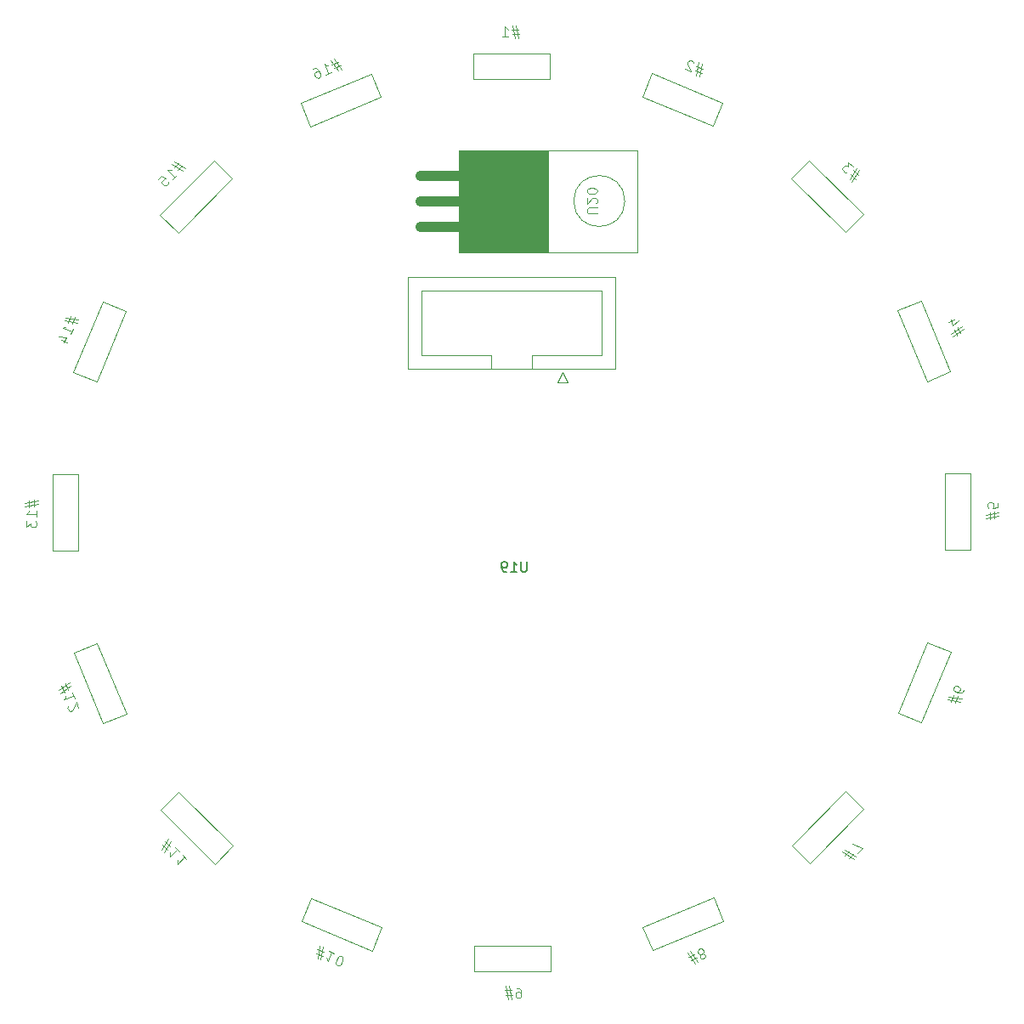
<source format=gbr>
%TF.GenerationSoftware,KiCad,Pcbnew,7.0.9*%
%TF.CreationDate,2024-01-11T17:52:56+09:00*%
%TF.ProjectId,SensorBoard,53656e73-6f72-4426-9f61-72642e6b6963,rev?*%
%TF.SameCoordinates,Original*%
%TF.FileFunction,Legend,Bot*%
%TF.FilePolarity,Positive*%
%FSLAX46Y46*%
G04 Gerber Fmt 4.6, Leading zero omitted, Abs format (unit mm)*
G04 Created by KiCad (PCBNEW 7.0.9) date 2024-01-11 17:52:56*
%MOMM*%
%LPD*%
G01*
G04 APERTURE LIST*
%ADD10C,0.125000*%
%ADD11C,0.100000*%
%ADD12C,0.150000*%
%ADD13C,0.120000*%
%ADD14C,1.000000*%
G04 APERTURE END LIST*
D10*
X104912626Y-134779189D02*
X105417702Y-135284265D01*
X104811611Y-135284265D02*
X105518718Y-134173097D01*
X105653405Y-134913876D02*
X105148328Y-134408799D01*
X105754420Y-134408799D02*
X105047313Y-135519967D01*
X106562542Y-135418952D02*
X106158481Y-135014891D01*
X106360511Y-135216921D02*
X105653405Y-135924028D01*
X105653405Y-135924028D02*
X105687076Y-135755670D01*
X105687076Y-135755670D02*
X105687076Y-135620983D01*
X105687076Y-135620983D02*
X105653405Y-135519967D01*
X107303320Y-136159731D02*
X106899259Y-135755669D01*
X107101290Y-135957700D02*
X106394183Y-136664807D01*
X106394183Y-136664807D02*
X106427855Y-136496448D01*
X106427855Y-136496448D02*
X106427855Y-136361761D01*
X106427855Y-136361761D02*
X106394183Y-136260746D01*
X120260749Y-145581034D02*
X120920663Y-145854380D01*
X120360707Y-146086321D02*
X120588763Y-144789138D01*
X120996682Y-145421985D02*
X120336768Y-145148640D01*
X120896723Y-144916699D02*
X120668667Y-146213882D01*
X122029899Y-145540703D02*
X121501968Y-145322027D01*
X121765934Y-145431365D02*
X121383250Y-146355245D01*
X121383250Y-146355245D02*
X121349931Y-146186816D01*
X121349931Y-146186816D02*
X121298388Y-146062381D01*
X121298388Y-146062381D02*
X121228623Y-145981941D01*
X122307130Y-146737928D02*
X122395118Y-146774374D01*
X122395118Y-146774374D02*
X122501330Y-146766826D01*
X122501330Y-146766826D02*
X122563547Y-146741055D01*
X122563547Y-146741055D02*
X122643987Y-146671289D01*
X122643987Y-146671289D02*
X122760874Y-146513535D01*
X122760874Y-146513535D02*
X122851989Y-146293564D01*
X122851989Y-146293564D02*
X122880887Y-146099364D01*
X122880887Y-146099364D02*
X122873338Y-145993152D01*
X122873338Y-145993152D02*
X122847567Y-145930935D01*
X122847567Y-145930935D02*
X122777802Y-145850494D01*
X122777802Y-145850494D02*
X122689813Y-145814048D01*
X122689813Y-145814048D02*
X122583602Y-145821597D01*
X122583602Y-145821597D02*
X122521384Y-145847368D01*
X122521384Y-145847368D02*
X122440944Y-145917133D01*
X122440944Y-145917133D02*
X122324058Y-146074887D01*
X122324058Y-146074887D02*
X122232943Y-146294859D01*
X122232943Y-146294859D02*
X122204045Y-146489059D01*
X122204045Y-146489059D02*
X122211593Y-146595270D01*
X122211593Y-146595270D02*
X122237364Y-146657488D01*
X122237364Y-146657488D02*
X122307130Y-146737928D01*
X91651794Y-100435292D02*
X91651794Y-101149577D01*
X91223222Y-100721006D02*
X92508937Y-100435292D01*
X92080365Y-101054339D02*
X92080365Y-100340054D01*
X92508937Y-100768625D02*
X91223222Y-101054339D01*
X92366080Y-102054339D02*
X92366080Y-101482911D01*
X92366080Y-101768625D02*
X91366080Y-101768625D01*
X91366080Y-101768625D02*
X91508937Y-101673387D01*
X91508937Y-101673387D02*
X91604175Y-101578149D01*
X91604175Y-101578149D02*
X91651794Y-101482911D01*
X91366080Y-102482911D02*
X91366080Y-103101958D01*
X91366080Y-103101958D02*
X91747032Y-102768625D01*
X91747032Y-102768625D02*
X91747032Y-102911482D01*
X91747032Y-102911482D02*
X91794651Y-103006720D01*
X91794651Y-103006720D02*
X91842270Y-103054339D01*
X91842270Y-103054339D02*
X91937508Y-103101958D01*
X91937508Y-103101958D02*
X92175603Y-103101958D01*
X92175603Y-103101958D02*
X92270841Y-103054339D01*
X92270841Y-103054339D02*
X92318461Y-103006720D01*
X92318461Y-103006720D02*
X92366080Y-102911482D01*
X92366080Y-102911482D02*
X92366080Y-102625768D01*
X92366080Y-102625768D02*
X92318461Y-102530530D01*
X92318461Y-102530530D02*
X92270841Y-102482911D01*
X174206085Y-68061600D02*
X173701009Y-67556524D01*
X174307100Y-67556524D02*
X173599993Y-68667692D01*
X173465306Y-67926913D02*
X173970383Y-68431990D01*
X173364291Y-68431990D02*
X174071398Y-67320822D01*
X173701009Y-67152463D02*
X173263276Y-66714730D01*
X173263276Y-66714730D02*
X173229604Y-67219806D01*
X173229604Y-67219806D02*
X173128589Y-67118791D01*
X173128589Y-67118791D02*
X173027574Y-67085119D01*
X173027574Y-67085119D02*
X172960230Y-67085119D01*
X172960230Y-67085119D02*
X172859215Y-67118791D01*
X172859215Y-67118791D02*
X172690856Y-67287150D01*
X172690856Y-67287150D02*
X172657184Y-67388165D01*
X172657184Y-67388165D02*
X172657184Y-67455509D01*
X172657184Y-67455509D02*
X172690856Y-67556524D01*
X172690856Y-67556524D02*
X172892887Y-67758555D01*
X172892887Y-67758555D02*
X172993902Y-67792226D01*
X172993902Y-67792226D02*
X173061245Y-67792226D01*
X106559771Y-66773665D02*
X106054695Y-67278741D01*
X106054695Y-66672650D02*
X107165863Y-67379757D01*
X106425084Y-67514444D02*
X106930161Y-67009367D01*
X106930161Y-67615459D02*
X105818993Y-66908352D01*
X105920008Y-68423581D02*
X106324069Y-68019520D01*
X106122039Y-68221550D02*
X105414932Y-67514444D01*
X105414932Y-67514444D02*
X105583290Y-67548115D01*
X105583290Y-67548115D02*
X105717977Y-67548115D01*
X105717977Y-67548115D02*
X105818993Y-67514444D01*
X104505794Y-68423581D02*
X104842512Y-68086863D01*
X104842512Y-68086863D02*
X105212901Y-68389909D01*
X105212901Y-68389909D02*
X105145558Y-68389909D01*
X105145558Y-68389909D02*
X105044542Y-68423581D01*
X105044542Y-68423581D02*
X104876184Y-68591940D01*
X104876184Y-68591940D02*
X104842512Y-68692955D01*
X104842512Y-68692955D02*
X104842512Y-68760298D01*
X104842512Y-68760298D02*
X104876184Y-68861314D01*
X104876184Y-68861314D02*
X105044542Y-69029672D01*
X105044542Y-69029672D02*
X105145558Y-69063344D01*
X105145558Y-69063344D02*
X105212901Y-69063344D01*
X105212901Y-69063344D02*
X105313917Y-69029672D01*
X105313917Y-69029672D02*
X105482275Y-68861314D01*
X105482275Y-68861314D02*
X105515947Y-68760298D01*
X105515947Y-68760298D02*
X105515947Y-68692955D01*
X95757926Y-82121788D02*
X95484580Y-82781702D01*
X95252639Y-82221746D02*
X96549822Y-82449802D01*
X95916975Y-82857721D02*
X96190320Y-82197807D01*
X96422261Y-82757762D02*
X95125078Y-82529706D01*
X95798257Y-83890938D02*
X96016933Y-83363007D01*
X95907595Y-83626973D02*
X94983715Y-83244289D01*
X94983715Y-83244289D02*
X95152144Y-83210970D01*
X95152144Y-83210970D02*
X95276579Y-83159427D01*
X95276579Y-83159427D02*
X95357019Y-83089662D01*
X94836100Y-84471707D02*
X95452020Y-84726829D01*
X94575261Y-84105951D02*
X95326290Y-84159325D01*
X95326290Y-84159325D02*
X95089391Y-84731251D01*
X183914398Y-120608880D02*
X184187744Y-119948966D01*
X184419685Y-120508922D02*
X183122502Y-120280866D01*
X183755349Y-119872947D02*
X183482004Y-120532861D01*
X183250063Y-119972906D02*
X184547246Y-120200962D01*
X184761501Y-119310402D02*
X184688609Y-119486379D01*
X184688609Y-119486379D02*
X184608168Y-119556144D01*
X184608168Y-119556144D02*
X184545951Y-119581915D01*
X184545951Y-119581915D02*
X184377522Y-119615235D01*
X184377522Y-119615235D02*
X184183322Y-119586337D01*
X184183322Y-119586337D02*
X183831368Y-119440553D01*
X183831368Y-119440553D02*
X183761602Y-119360113D01*
X183761602Y-119360113D02*
X183735831Y-119297895D01*
X183735831Y-119297895D02*
X183728283Y-119191684D01*
X183728283Y-119191684D02*
X183801175Y-119015707D01*
X183801175Y-119015707D02*
X183881615Y-118945941D01*
X183881615Y-118945941D02*
X183943833Y-118920170D01*
X183943833Y-118920170D02*
X184050044Y-118912622D01*
X184050044Y-118912622D02*
X184270015Y-119003737D01*
X184270015Y-119003737D02*
X184339781Y-119084177D01*
X184339781Y-119084177D02*
X184365552Y-119146394D01*
X184365552Y-119146394D02*
X184373100Y-119252606D01*
X184373100Y-119252606D02*
X184300208Y-119428583D01*
X184300208Y-119428583D02*
X184219768Y-119498349D01*
X184219768Y-119498349D02*
X184157551Y-119524120D01*
X184157551Y-119524120D02*
X184051339Y-119531668D01*
X94866498Y-118926112D02*
X95139843Y-119586026D01*
X94579887Y-119354085D02*
X95658394Y-118598098D01*
X95499345Y-119334030D02*
X95226000Y-118674116D01*
X95785955Y-118906057D02*
X94707448Y-119662044D01*
X96145994Y-120148571D02*
X95927318Y-119620640D01*
X96036656Y-119884606D02*
X95112777Y-120267289D01*
X95112777Y-120267289D02*
X95208313Y-120124632D01*
X95208313Y-120124632D02*
X95259856Y-120000197D01*
X95259856Y-120000197D02*
X95267404Y-119893986D01*
X95492333Y-120934751D02*
X95466562Y-120996969D01*
X95466562Y-120996969D02*
X95459014Y-121103180D01*
X95459014Y-121103180D02*
X95550129Y-121323152D01*
X95550129Y-121323152D02*
X95630569Y-121392917D01*
X95630569Y-121392917D02*
X95692787Y-121418688D01*
X95692787Y-121418688D02*
X95798998Y-121426237D01*
X95798998Y-121426237D02*
X95886987Y-121389791D01*
X95886987Y-121389791D02*
X96000746Y-121291127D01*
X96000746Y-121291127D02*
X96310001Y-120544520D01*
X96310001Y-120544520D02*
X96546901Y-121116445D01*
X122412848Y-56727537D02*
X121752934Y-57000882D01*
X121984875Y-56440926D02*
X122740862Y-57519433D01*
X122004930Y-57360384D02*
X122664844Y-57087039D01*
X122432903Y-57646994D02*
X121676916Y-56568487D01*
X121190389Y-58007033D02*
X121718320Y-57788357D01*
X121454354Y-57897695D02*
X121071671Y-56973816D01*
X121071671Y-56973816D02*
X121214328Y-57069352D01*
X121214328Y-57069352D02*
X121338763Y-57120895D01*
X121338763Y-57120895D02*
X121444974Y-57128443D01*
X119927820Y-57447614D02*
X120103797Y-57374722D01*
X120103797Y-57374722D02*
X120210008Y-57382270D01*
X120210008Y-57382270D02*
X120272226Y-57408041D01*
X120272226Y-57408041D02*
X120414883Y-57503578D01*
X120414883Y-57503578D02*
X120531770Y-57661332D01*
X120531770Y-57661332D02*
X120677554Y-58013286D01*
X120677554Y-58013286D02*
X120670006Y-58119498D01*
X120670006Y-58119498D02*
X120644234Y-58181715D01*
X120644234Y-58181715D02*
X120574469Y-58262155D01*
X120574469Y-58262155D02*
X120398492Y-58335048D01*
X120398492Y-58335048D02*
X120292280Y-58327499D01*
X120292280Y-58327499D02*
X120230063Y-58301728D01*
X120230063Y-58301728D02*
X120149623Y-58231963D01*
X120149623Y-58231963D02*
X120058508Y-58011991D01*
X120058508Y-58011991D02*
X120066056Y-57905780D01*
X120066056Y-57905780D02*
X120091827Y-57843562D01*
X120091827Y-57843562D02*
X120161593Y-57763122D01*
X120161593Y-57763122D02*
X120337570Y-57690230D01*
X120337570Y-57690230D02*
X120443781Y-57697778D01*
X120443781Y-57697778D02*
X120505998Y-57723549D01*
X120505998Y-57723549D02*
X120586439Y-57793315D01*
X158747841Y-57424562D02*
X158087927Y-57151216D01*
X158647883Y-56919275D02*
X158419827Y-58216458D01*
X158011908Y-57583611D02*
X158671822Y-57856956D01*
X158111867Y-58088897D02*
X158339923Y-56791714D01*
X157852859Y-56847678D02*
X157827088Y-56785461D01*
X157827088Y-56785461D02*
X157757323Y-56705021D01*
X157757323Y-56705021D02*
X157537351Y-56613905D01*
X157537351Y-56613905D02*
X157431140Y-56621454D01*
X157431140Y-56621454D02*
X157368922Y-56647225D01*
X157368922Y-56647225D02*
X157288482Y-56716990D01*
X157288482Y-56716990D02*
X157252036Y-56804979D01*
X157252036Y-56804979D02*
X157241361Y-56955185D01*
X157241361Y-56955185D02*
X157550616Y-57701792D01*
X157550616Y-57701792D02*
X156978691Y-57464893D01*
X173277360Y-136067124D02*
X173782436Y-135562048D01*
X173782436Y-136168139D02*
X172671268Y-135461032D01*
X173412047Y-135326345D02*
X172906970Y-135831422D01*
X172906970Y-135225330D02*
X174018138Y-135932437D01*
X174186497Y-135562048D02*
X174657902Y-135090643D01*
X174657902Y-135090643D02*
X173647749Y-134686582D01*
X187826127Y-102256707D02*
X187826127Y-101542422D01*
X188254699Y-101970993D02*
X186968984Y-102256707D01*
X187397556Y-101637660D02*
X187397556Y-102351945D01*
X186968984Y-101923374D02*
X188254699Y-101637660D01*
X188111841Y-100685279D02*
X188111841Y-101161469D01*
X188111841Y-101161469D02*
X187635651Y-101209088D01*
X187635651Y-101209088D02*
X187683270Y-101161469D01*
X187683270Y-101161469D02*
X187730889Y-101066231D01*
X187730889Y-101066231D02*
X187730889Y-100828136D01*
X187730889Y-100828136D02*
X187683270Y-100732898D01*
X187683270Y-100732898D02*
X187635651Y-100685279D01*
X187635651Y-100685279D02*
X187540413Y-100637660D01*
X187540413Y-100637660D02*
X187302318Y-100637660D01*
X187302318Y-100637660D02*
X187207080Y-100685279D01*
X187207080Y-100685279D02*
X187159461Y-100732898D01*
X187159461Y-100732898D02*
X187111841Y-100828136D01*
X187111841Y-100828136D02*
X187111841Y-101066231D01*
X187111841Y-101066231D02*
X187159461Y-101161469D01*
X187159461Y-101161469D02*
X187207080Y-101209088D01*
X139082253Y-149687166D02*
X139796538Y-149687166D01*
X139367967Y-150115738D02*
X139082253Y-148830023D01*
X139701300Y-149258595D02*
X138987015Y-149258595D01*
X139415586Y-148830023D02*
X139701300Y-150115738D01*
X140177491Y-149020500D02*
X140367967Y-149020500D01*
X140367967Y-149020500D02*
X140463205Y-149068119D01*
X140463205Y-149068119D02*
X140510824Y-149115738D01*
X140510824Y-149115738D02*
X140606062Y-149258595D01*
X140606062Y-149258595D02*
X140653681Y-149449071D01*
X140653681Y-149449071D02*
X140653681Y-149830023D01*
X140653681Y-149830023D02*
X140606062Y-149925261D01*
X140606062Y-149925261D02*
X140558443Y-149972880D01*
X140558443Y-149972880D02*
X140463205Y-150020500D01*
X140463205Y-150020500D02*
X140272729Y-150020500D01*
X140272729Y-150020500D02*
X140177491Y-149972880D01*
X140177491Y-149972880D02*
X140129872Y-149925261D01*
X140129872Y-149925261D02*
X140082253Y-149830023D01*
X140082253Y-149830023D02*
X140082253Y-149591928D01*
X140082253Y-149591928D02*
X140129872Y-149496690D01*
X140129872Y-149496690D02*
X140177491Y-149449071D01*
X140177491Y-149449071D02*
X140272729Y-149401452D01*
X140272729Y-149401452D02*
X140463205Y-149401452D01*
X140463205Y-149401452D02*
X140558443Y-149449071D01*
X140558443Y-149449071D02*
X140606062Y-149496690D01*
X140606062Y-149496690D02*
X140653681Y-149591928D01*
X140395668Y-53512833D02*
X139681383Y-53512833D01*
X140109954Y-53084261D02*
X140395668Y-54369976D01*
X139776621Y-53941404D02*
X140490906Y-53941404D01*
X140062335Y-54369976D02*
X139776621Y-53084261D01*
X138776621Y-54227119D02*
X139348049Y-54227119D01*
X139062335Y-54227119D02*
X139062335Y-53227119D01*
X139062335Y-53227119D02*
X139157573Y-53369976D01*
X139157573Y-53369976D02*
X139252811Y-53465214D01*
X139252811Y-53465214D02*
X139348049Y-53512833D01*
X157534404Y-146278059D02*
X158194318Y-146004714D01*
X157962377Y-146564670D02*
X157206390Y-145486163D01*
X157942322Y-145645212D02*
X157282408Y-145918557D01*
X157514349Y-145358602D02*
X158270336Y-146437109D01*
X158579591Y-145690501D02*
X158509826Y-145770941D01*
X158509826Y-145770941D02*
X158484055Y-145833159D01*
X158484055Y-145833159D02*
X158476506Y-145939370D01*
X158476506Y-145939370D02*
X158494729Y-145983365D01*
X158494729Y-145983365D02*
X158575170Y-146053130D01*
X158575170Y-146053130D02*
X158637387Y-146078901D01*
X158637387Y-146078901D02*
X158743599Y-146086450D01*
X158743599Y-146086450D02*
X158919576Y-146013557D01*
X158919576Y-146013557D02*
X158989341Y-145933117D01*
X158989341Y-145933117D02*
X159015112Y-145870900D01*
X159015112Y-145870900D02*
X159022661Y-145764688D01*
X159022661Y-145764688D02*
X159004438Y-145720694D01*
X159004438Y-145720694D02*
X158923997Y-145650929D01*
X158923997Y-145650929D02*
X158861780Y-145625157D01*
X158861780Y-145625157D02*
X158755568Y-145617609D01*
X158755568Y-145617609D02*
X158579591Y-145690501D01*
X158579591Y-145690501D02*
X158473380Y-145682953D01*
X158473380Y-145682953D02*
X158411163Y-145657182D01*
X158411163Y-145657182D02*
X158330722Y-145587416D01*
X158330722Y-145587416D02*
X158257830Y-145411439D01*
X158257830Y-145411439D02*
X158265378Y-145305228D01*
X158265378Y-145305228D02*
X158291150Y-145243010D01*
X158291150Y-145243010D02*
X158360915Y-145162570D01*
X158360915Y-145162570D02*
X158536892Y-145089678D01*
X158536892Y-145089678D02*
X158643104Y-145097226D01*
X158643104Y-145097226D02*
X158705321Y-145122997D01*
X158705321Y-145122997D02*
X158785761Y-145192763D01*
X158785761Y-145192763D02*
X158858653Y-145368740D01*
X158858653Y-145368740D02*
X158851105Y-145474952D01*
X158851105Y-145474952D02*
X158825334Y-145537169D01*
X158825334Y-145537169D02*
X158755568Y-145617609D01*
X184417020Y-83804556D02*
X184143675Y-83144642D01*
X184703631Y-83376583D02*
X183625124Y-84132570D01*
X183784173Y-83396638D02*
X184057518Y-84056552D01*
X183497563Y-83824611D02*
X184576070Y-83068624D01*
X183808113Y-82458957D02*
X183192193Y-82714079D01*
X184251182Y-82533144D02*
X183682383Y-83026461D01*
X183682383Y-83026461D02*
X183445484Y-82454535D01*
D11*
X148210580Y-71850094D02*
X147401057Y-71850094D01*
X147401057Y-71850094D02*
X147305819Y-71802475D01*
X147305819Y-71802475D02*
X147258200Y-71754856D01*
X147258200Y-71754856D02*
X147210580Y-71659618D01*
X147210580Y-71659618D02*
X147210580Y-71469142D01*
X147210580Y-71469142D02*
X147258200Y-71373904D01*
X147258200Y-71373904D02*
X147305819Y-71326285D01*
X147305819Y-71326285D02*
X147401057Y-71278666D01*
X147401057Y-71278666D02*
X148210580Y-71278666D01*
X148115342Y-70850094D02*
X148162961Y-70802475D01*
X148162961Y-70802475D02*
X148210580Y-70707237D01*
X148210580Y-70707237D02*
X148210580Y-70469142D01*
X148210580Y-70469142D02*
X148162961Y-70373904D01*
X148162961Y-70373904D02*
X148115342Y-70326285D01*
X148115342Y-70326285D02*
X148020104Y-70278666D01*
X148020104Y-70278666D02*
X147924866Y-70278666D01*
X147924866Y-70278666D02*
X147782009Y-70326285D01*
X147782009Y-70326285D02*
X147210580Y-70897713D01*
X147210580Y-70897713D02*
X147210580Y-70278666D01*
X148210580Y-69659618D02*
X148210580Y-69564380D01*
X148210580Y-69564380D02*
X148162961Y-69469142D01*
X148162961Y-69469142D02*
X148115342Y-69421523D01*
X148115342Y-69421523D02*
X148020104Y-69373904D01*
X148020104Y-69373904D02*
X147829628Y-69326285D01*
X147829628Y-69326285D02*
X147591533Y-69326285D01*
X147591533Y-69326285D02*
X147401057Y-69373904D01*
X147401057Y-69373904D02*
X147305819Y-69421523D01*
X147305819Y-69421523D02*
X147258200Y-69469142D01*
X147258200Y-69469142D02*
X147210580Y-69564380D01*
X147210580Y-69564380D02*
X147210580Y-69659618D01*
X147210580Y-69659618D02*
X147258200Y-69754856D01*
X147258200Y-69754856D02*
X147305819Y-69802475D01*
X147305819Y-69802475D02*
X147401057Y-69850094D01*
X147401057Y-69850094D02*
X147591533Y-69897713D01*
X147591533Y-69897713D02*
X147829628Y-69897713D01*
X147829628Y-69897713D02*
X148020104Y-69850094D01*
X148020104Y-69850094D02*
X148115342Y-69802475D01*
X148115342Y-69802475D02*
X148162961Y-69754856D01*
X148162961Y-69754856D02*
X148210580Y-69659618D01*
D12*
X141208094Y-106559819D02*
X141208094Y-107369342D01*
X141208094Y-107369342D02*
X141160475Y-107464580D01*
X141160475Y-107464580D02*
X141112856Y-107512200D01*
X141112856Y-107512200D02*
X141017618Y-107559819D01*
X141017618Y-107559819D02*
X140827142Y-107559819D01*
X140827142Y-107559819D02*
X140731904Y-107512200D01*
X140731904Y-107512200D02*
X140684285Y-107464580D01*
X140684285Y-107464580D02*
X140636666Y-107369342D01*
X140636666Y-107369342D02*
X140636666Y-106559819D01*
X139636666Y-107559819D02*
X140208094Y-107559819D01*
X139922380Y-107559819D02*
X139922380Y-106559819D01*
X139922380Y-106559819D02*
X140017618Y-106702676D01*
X140017618Y-106702676D02*
X140112856Y-106797914D01*
X140112856Y-106797914D02*
X140208094Y-106845533D01*
X139160475Y-107559819D02*
X138969999Y-107559819D01*
X138969999Y-107559819D02*
X138874761Y-107512200D01*
X138874761Y-107512200D02*
X138827142Y-107464580D01*
X138827142Y-107464580D02*
X138731904Y-107321723D01*
X138731904Y-107321723D02*
X138684285Y-107131247D01*
X138684285Y-107131247D02*
X138684285Y-106750295D01*
X138684285Y-106750295D02*
X138731904Y-106655057D01*
X138731904Y-106655057D02*
X138779523Y-106607438D01*
X138779523Y-106607438D02*
X138874761Y-106559819D01*
X138874761Y-106559819D02*
X139065237Y-106559819D01*
X139065237Y-106559819D02*
X139160475Y-106607438D01*
X139160475Y-106607438D02*
X139208094Y-106655057D01*
X139208094Y-106655057D02*
X139255713Y-106750295D01*
X139255713Y-106750295D02*
X139255713Y-106988390D01*
X139255713Y-106988390D02*
X139208094Y-107083628D01*
X139208094Y-107083628D02*
X139160475Y-107131247D01*
X139160475Y-107131247D02*
X139065237Y-107178866D01*
X139065237Y-107178866D02*
X138874761Y-107178866D01*
X138874761Y-107178866D02*
X138779523Y-107131247D01*
X138779523Y-107131247D02*
X138731904Y-107083628D01*
X138731904Y-107083628D02*
X138684285Y-106988390D01*
D13*
%TO.C,U3*%
X152707255Y-60233948D02*
X159747217Y-63149996D01*
X159747217Y-63149996D02*
X160719233Y-60803342D01*
X160719233Y-60803342D02*
X153679271Y-57887294D01*
X153679271Y-57887294D02*
X152707255Y-60233948D01*
%TO.C,U10*%
X143587922Y-144780000D02*
X135967922Y-144780000D01*
X135967922Y-144780000D02*
X135967922Y-147320000D01*
X135967922Y-147320000D02*
X143587922Y-147320000D01*
X143587922Y-147320000D02*
X143587922Y-144780000D01*
%TO.C,U7*%
X181105013Y-114568294D02*
X178188965Y-121608256D01*
X178188965Y-121608256D02*
X180535619Y-122580272D01*
X180535619Y-122580272D02*
X183451667Y-115540310D01*
X183451667Y-115540310D02*
X181105013Y-114568294D01*
%TO.C,U9*%
X159819208Y-140020184D02*
X152779246Y-142936232D01*
X152779246Y-142936232D02*
X153751262Y-145282886D01*
X153751262Y-145282886D02*
X160791224Y-142366838D01*
X160791224Y-142366838D02*
X159819208Y-140020184D01*
%TO.C,J1*%
X144280000Y-88703200D02*
X144780000Y-87703200D01*
X145280000Y-88703200D02*
X144280000Y-88703200D01*
X144780000Y-87703200D02*
X145280000Y-88703200D01*
X129410000Y-87313200D02*
X149990000Y-87313200D01*
X141750000Y-87313200D02*
X141750000Y-86003200D01*
X149990000Y-87313200D02*
X149990000Y-78193200D01*
X130710000Y-86003200D02*
X137650000Y-86003200D01*
X137650000Y-86003200D02*
X137650000Y-87313200D01*
X137650000Y-86003200D02*
X137650000Y-86003200D01*
X141750000Y-86003200D02*
X148690000Y-86003200D01*
X148690000Y-86003200D02*
X148690000Y-79503200D01*
X130710000Y-79503200D02*
X130710000Y-86003200D01*
X148690000Y-79503200D02*
X130710000Y-79503200D01*
X129410000Y-78193200D02*
X129410000Y-87313200D01*
X149990000Y-78193200D02*
X129410000Y-78193200D01*
%TO.C,U12*%
X111927717Y-134854498D02*
X106539563Y-129466344D01*
X106539563Y-129466344D02*
X104743512Y-131262395D01*
X104743512Y-131262395D02*
X110131666Y-136650549D01*
X110131666Y-136650549D02*
X111927717Y-134854498D01*
%TO.C,U8*%
X172993459Y-129411244D02*
X167605305Y-134799398D01*
X167605305Y-134799398D02*
X169401356Y-136595449D01*
X169401356Y-136595449D02*
X174789510Y-131207295D01*
X174789510Y-131207295D02*
X172993459Y-129411244D01*
%TO.C,U11*%
X126770667Y-142966052D02*
X119730705Y-140050004D01*
X119730705Y-140050004D02*
X118758689Y-142396658D01*
X118758689Y-142396658D02*
X125798651Y-145312706D01*
X125798651Y-145312706D02*
X126770667Y-142966052D01*
%TO.C,U5*%
X178159145Y-81519753D02*
X181075193Y-88559715D01*
X181075193Y-88559715D02*
X183421847Y-87587699D01*
X183421847Y-87587699D02*
X180505799Y-80547737D01*
X180505799Y-80547737D02*
X178159145Y-81519753D01*
D11*
%TO.C,U20*%
X134468000Y-75692000D02*
X134468000Y-65532000D01*
X152248000Y-75692000D02*
X134468000Y-75692000D01*
D14*
X130658000Y-73152000D02*
X134468000Y-73152000D01*
X130658000Y-70612000D02*
X134468000Y-70612000D01*
X130658000Y-68072000D02*
X134468000Y-68072000D01*
D11*
X134468000Y-65532000D02*
X152248000Y-65532000D01*
X143358000Y-65532000D02*
X143358000Y-75692000D01*
X152248000Y-65532000D02*
X152248000Y-75692000D01*
X150978000Y-70612000D02*
G75*
G03*
X150978000Y-70612000I-2540000J0D01*
G01*
X143358000Y-75692000D02*
X134468000Y-75692000D01*
X134468000Y-65532000D01*
X143358000Y-65532000D01*
X143358000Y-75692000D01*
G36*
X143358000Y-75692000D02*
G01*
X134468000Y-75692000D01*
X134468000Y-65532000D01*
X143358000Y-65532000D01*
X143358000Y-75692000D01*
G37*
D13*
%TO.C,U16*%
X106484463Y-73788756D02*
X111872617Y-68400602D01*
X111872617Y-68400602D02*
X110076566Y-66604551D01*
X110076566Y-66604551D02*
X104688412Y-71992705D01*
X104688412Y-71992705D02*
X106484463Y-73788756D01*
%TO.C,U2*%
X135890000Y-58420000D02*
X143510000Y-58420000D01*
X143510000Y-58420000D02*
X143510000Y-55880000D01*
X143510000Y-55880000D02*
X135890000Y-55880000D01*
X135890000Y-55880000D02*
X135890000Y-58420000D01*
%TO.C,U14*%
X96558961Y-105448961D02*
X94018961Y-105448961D01*
X94018961Y-105448961D02*
X94018961Y-97828961D01*
X94018961Y-97828961D02*
X96558961Y-97828961D01*
X96558961Y-97828961D02*
X96558961Y-105448961D01*
%TO.C,U17*%
X119658714Y-63179816D02*
X126698676Y-60263768D01*
X126698676Y-60263768D02*
X125726660Y-57917114D01*
X125726660Y-57917114D02*
X118686698Y-60833162D01*
X118686698Y-60833162D02*
X119658714Y-63179816D01*
%TO.C,U13*%
X101318777Y-121680247D02*
X98402729Y-114640285D01*
X98402729Y-114640285D02*
X96056075Y-115612301D01*
X96056075Y-115612301D02*
X98972123Y-122652263D01*
X98972123Y-122652263D02*
X101318777Y-121680247D01*
%TO.C,U4*%
X167550205Y-68345502D02*
X172938359Y-73733656D01*
X172938359Y-73733656D02*
X174734410Y-71937605D01*
X174734410Y-71937605D02*
X169346256Y-66549451D01*
X169346256Y-66549451D02*
X167550205Y-68345502D01*
%TO.C,U15*%
X98372909Y-88631706D02*
X101288957Y-81591744D01*
X101288957Y-81591744D02*
X98942303Y-80619728D01*
X98942303Y-80619728D02*
X96026255Y-87659690D01*
X96026255Y-87659690D02*
X98372909Y-88631706D01*
%TO.C,U6*%
X182918961Y-97751039D02*
X185458961Y-97751039D01*
X185458961Y-97751039D02*
X185458961Y-105371039D01*
X185458961Y-105371039D02*
X182918961Y-105371039D01*
X182918961Y-105371039D02*
X182918961Y-97751039D01*
%TD*%
M02*

</source>
